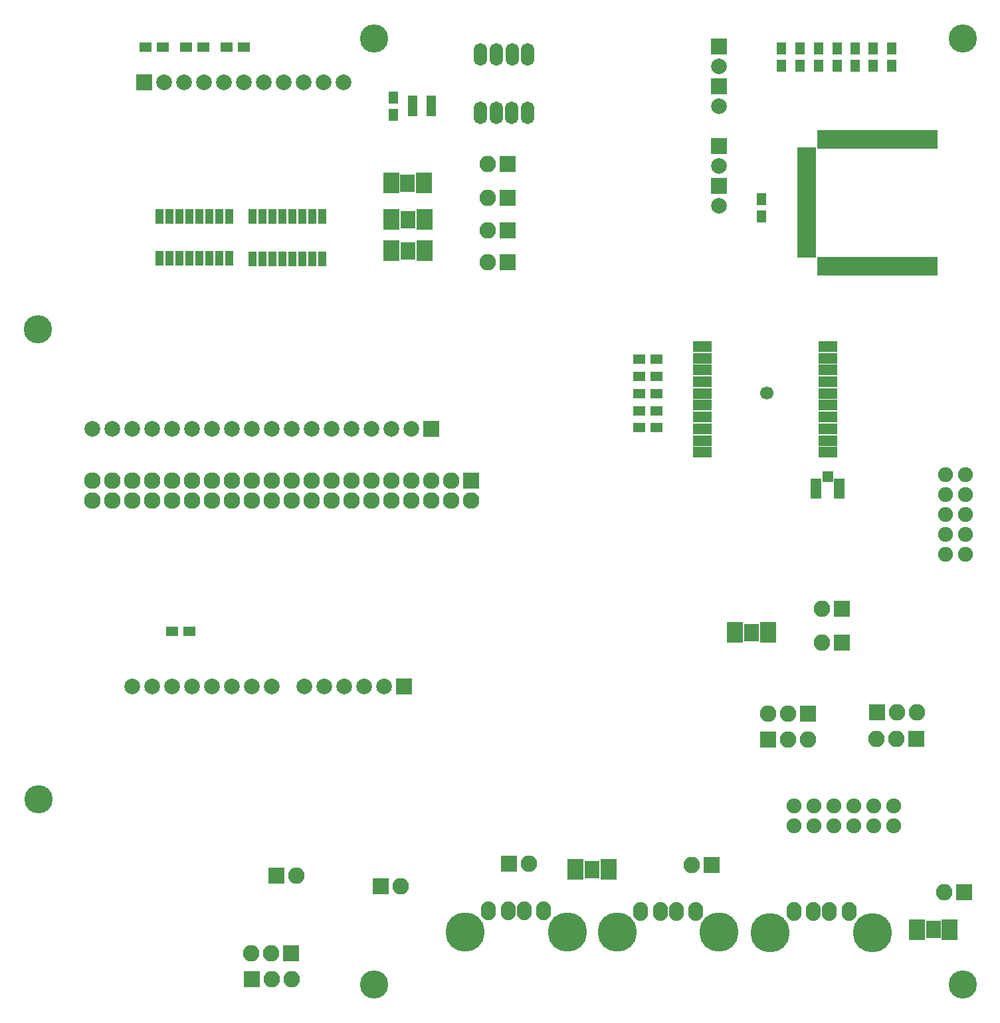
<source format=gts>
G04 #@! TF.FileFunction,Soldermask,Top*
%FSLAX46Y46*%
G04 Gerber Fmt 4.6, Leading zero omitted, Abs format (unit mm)*
G04 Created by KiCad (PCBNEW 4.0.0-rc1-stable) date 10.2.2017 8:52:12*
%MOMM*%
G01*
G04 APERTURE LIST*
%ADD10C,0.100000*%
%ADD11C,3.600000*%
%ADD12R,1.300000X1.600000*%
%ADD13R,1.600000X1.300000*%
%ADD14C,1.906220*%
%ADD15R,2.100000X2.100000*%
%ADD16O,2.100000X2.100000*%
%ADD17C,5.000000*%
%ADD18O,1.900000X2.400000*%
%ADD19R,2.400000X1.400000*%
%ADD20R,1.400000X2.400000*%
%ADD21C,2.000000*%
%ADD22R,2.000000X2.000000*%
%ADD23R,2.000000X0.800000*%
%ADD24R,1.970000X2.290000*%
%ADD25O,1.700000X2.900000*%
%ADD26R,1.200000X0.750000*%
%ADD27R,1.000000X1.950000*%
%ADD28C,1.700000*%
%ADD29R,1.400000X1.400000*%
%ADD30R,1.400000X2.600000*%
%ADD31R,2.127200X2.127200*%
%ADD32O,2.127200X2.127200*%
G04 APERTURE END LIST*
D10*
D11*
X121790460Y124650500D03*
X121790460Y4000500D03*
X46809660Y4000500D03*
X46809660Y124650500D03*
X3980180Y87596980D03*
X4051300Y27637740D03*
D12*
X96141540Y101990980D03*
X96141540Y104190980D03*
X49296320Y114957680D03*
X49296320Y117157680D03*
D13*
X19883300Y123512580D03*
X17683300Y123512580D03*
X80573700Y81536540D03*
X82773700Y81536540D03*
X80578780Y79359760D03*
X82778780Y79359760D03*
D12*
X110413800Y121155280D03*
X110413800Y123355280D03*
X105783380Y121170520D03*
X105783380Y123370520D03*
D13*
X82799100Y75062080D03*
X80599100Y75062080D03*
D14*
X113030000Y24206200D03*
X113030000Y26746200D03*
X100330000Y24206200D03*
X100330000Y26746200D03*
X102870000Y24206200D03*
X102870000Y26746200D03*
X105410000Y24206200D03*
X105410000Y26746200D03*
X107950000Y24206200D03*
X107950000Y26746200D03*
X110490000Y24206200D03*
X110490000Y26746200D03*
D15*
X63969900Y19431000D03*
D16*
X66509900Y19431000D03*
D15*
X34404300Y17907000D03*
D16*
X36944300Y17907000D03*
D15*
X89781380Y19286220D03*
D16*
X87241380Y19286220D03*
D15*
X122034300Y15773400D03*
D16*
X119494300Y15773400D03*
D15*
X63830200Y108610400D03*
D16*
X61290200Y108610400D03*
D15*
X63863220Y100197920D03*
D16*
X61323220Y100197920D03*
D15*
X63832740Y96103440D03*
D16*
X61292740Y96103440D03*
D15*
X106433620Y47622460D03*
D16*
X103893620Y47622460D03*
D15*
X106436160Y51899820D03*
D16*
X103896160Y51899820D03*
D15*
X63804800Y104368600D03*
D16*
X61264800Y104368600D03*
D13*
X82776240Y83723480D03*
X80576240Y83723480D03*
D17*
X97309800Y10596900D03*
X110309800Y10596900D03*
D18*
X107309800Y13296900D03*
X100309800Y13296900D03*
X104809800Y13296900D03*
X102809800Y13296900D03*
D17*
X77794980Y10652780D03*
X90794980Y10652780D03*
D18*
X87794980Y13352780D03*
X80794980Y13352780D03*
X85294980Y13352780D03*
X83294980Y13352780D03*
D17*
X58414780Y10718820D03*
X71414780Y10718820D03*
D18*
X68414780Y13418820D03*
X61414780Y13418820D03*
X65914780Y13418820D03*
X63914780Y13418820D03*
D15*
X47673260Y16553180D03*
D16*
X50213260Y16553180D03*
D12*
X112786160Y123355280D03*
X112786160Y121155280D03*
X108120180Y123375600D03*
X108120180Y121175600D03*
X98727260Y123380680D03*
X98727260Y121180680D03*
X103433880Y123378140D03*
X103433880Y121178140D03*
X101097080Y123378140D03*
X101097080Y121178140D03*
D13*
X22849660Y123512580D03*
X25049660Y123512580D03*
X28046500Y123512580D03*
X30246500Y123512580D03*
X80599100Y77195680D03*
X82799100Y77195680D03*
X21038640Y49014380D03*
X23238640Y49014380D03*
D19*
X101950300Y98643500D03*
X101950300Y99913500D03*
X101950300Y101183500D03*
X101950300Y102453500D03*
X101950300Y103723500D03*
X101950300Y104993500D03*
X101950300Y97373500D03*
X101950300Y106263500D03*
X101950300Y107533500D03*
X101950300Y108803500D03*
X101950300Y110073500D03*
D20*
X117970300Y95623500D03*
X116700300Y95623500D03*
X115430300Y95623500D03*
X114160300Y95623500D03*
X112890300Y95623500D03*
X111620300Y95623500D03*
X110350300Y95623500D03*
X109080300Y95623500D03*
X107810300Y95623500D03*
X106540300Y95623500D03*
X105270300Y95623500D03*
X104000300Y95623500D03*
X117970300Y111823500D03*
X116700300Y111823500D03*
X115430300Y111823500D03*
X114160300Y111823500D03*
X112890300Y111823500D03*
X111620300Y111823500D03*
X110350300Y111823500D03*
X109080300Y111823500D03*
X107810300Y111823500D03*
X106540300Y111823500D03*
X105270300Y111823500D03*
X104000300Y111823500D03*
D21*
X90741500Y103301800D03*
D22*
X90741500Y105841800D03*
D21*
X90741500Y108381800D03*
D22*
X90741500Y110921800D03*
D21*
X90741500Y116001800D03*
D22*
X90741500Y118541800D03*
D21*
X90741500Y121081800D03*
D22*
X90741500Y123621800D03*
D23*
X76702340Y19651620D03*
X76702340Y19001620D03*
X76702340Y18351620D03*
X76702340Y17701620D03*
X72502340Y17701620D03*
X72502340Y18351620D03*
X72502340Y19651620D03*
X72502340Y19001620D03*
D24*
X74602340Y18676620D03*
D14*
X119621300Y69024500D03*
X122161300Y69024500D03*
X119621300Y66484500D03*
X122161300Y66484500D03*
X119621300Y63944500D03*
X122161300Y63944500D03*
X119621300Y61404500D03*
X122161300Y61404500D03*
X119621300Y58864500D03*
X122161300Y58864500D03*
D23*
X120171900Y11985900D03*
X120171900Y11335900D03*
X120171900Y10685900D03*
X120171900Y10035900D03*
X115971900Y10035900D03*
X115971900Y10685900D03*
X115971900Y11985900D03*
X115971900Y11335900D03*
D24*
X118071900Y11010900D03*
D23*
X53179400Y107185100D03*
X53179400Y106535100D03*
X53179400Y105885100D03*
X53179400Y105235100D03*
X48979400Y105235100D03*
X48979400Y105885100D03*
X48979400Y107185100D03*
X48979400Y106535100D03*
D24*
X51079400Y106210100D03*
D25*
X66370720Y115204240D03*
X64370720Y115204240D03*
X62370720Y115204240D03*
X60370720Y115204240D03*
D26*
X51718280Y115085540D03*
X51718280Y115735540D03*
X51718280Y116385540D03*
X51718280Y117035540D03*
X54068280Y117035540D03*
X54068280Y116385540D03*
X54068280Y115085540D03*
X54068280Y115735540D03*
D25*
X66388500Y122664220D03*
X64388500Y122664220D03*
X62388500Y122664220D03*
X60388500Y122664220D03*
D22*
X17513300Y119091700D03*
D21*
X20053300Y119091700D03*
X22593300Y119091700D03*
X25133300Y119091700D03*
X27673300Y119091700D03*
X42913300Y119091700D03*
X40373300Y119091700D03*
X37833300Y119091700D03*
X35293300Y119091700D03*
X32753300Y119091700D03*
X30213300Y119091700D03*
X10909300Y74866500D03*
X13449300Y74866500D03*
X15989300Y74866500D03*
X18529300Y74866500D03*
X21069300Y74866500D03*
X23609300Y74866500D03*
X26149300Y74866500D03*
X28689300Y74866500D03*
X31229300Y74866500D03*
X33769300Y74866500D03*
X36309300Y74866500D03*
X38849300Y74866500D03*
X41389300Y74866500D03*
X43929300Y74866500D03*
X46469300Y74866500D03*
X49009300Y74866500D03*
X51549300Y74866500D03*
D22*
X54089300Y74866500D03*
D23*
X53209880Y98538940D03*
X53209880Y97888940D03*
X53209880Y97238940D03*
X53209880Y96588940D03*
X49009880Y96588940D03*
X49009880Y97238940D03*
X49009880Y98538940D03*
X49009880Y97888940D03*
D24*
X51109880Y97563940D03*
D21*
X37925900Y42011600D03*
X40465900Y42011600D03*
X43005900Y42011600D03*
X45545900Y42011600D03*
X48085900Y42011600D03*
X15975900Y42011600D03*
X18515900Y42011600D03*
X21055900Y42011600D03*
X23595900Y42011600D03*
X26135900Y42011600D03*
X28675900Y42011600D03*
X31215900Y42011600D03*
X33755900Y42011600D03*
D22*
X50625900Y42011600D03*
D27*
X31320740Y96586060D03*
X32590740Y96586060D03*
X33860740Y96586060D03*
X35130740Y96586060D03*
X31320740Y101986060D03*
X32590740Y101986060D03*
X33860740Y101986060D03*
X35130740Y101986060D03*
X40210740Y96586060D03*
X38940740Y96586060D03*
X37670740Y96586060D03*
X36400740Y96586060D03*
X40210740Y101986060D03*
X38940740Y101986060D03*
X37670740Y101986060D03*
X36400740Y101986060D03*
D23*
X97022340Y49877620D03*
X97022340Y49227620D03*
X97022340Y48577620D03*
X97022340Y47927620D03*
X92822340Y47927620D03*
X92822340Y48577620D03*
X92822340Y49877620D03*
X92822340Y49227620D03*
D24*
X94922340Y48902620D03*
D19*
X88607900Y71882320D03*
X88607900Y73382320D03*
X88607900Y74882320D03*
X88607900Y76382320D03*
X88607900Y77882320D03*
X88607900Y79382320D03*
X88607900Y80882320D03*
X88607900Y82382320D03*
X88607900Y83882320D03*
X88607900Y85382320D03*
X104607900Y85382320D03*
X104607900Y83882320D03*
X104607900Y82382320D03*
X104607900Y80882320D03*
X104607900Y79382320D03*
X104607900Y77882320D03*
X104607900Y76382320D03*
X104607900Y74882320D03*
X104607900Y73382320D03*
X104607900Y71882320D03*
D28*
X96807900Y79432320D03*
D29*
X104617520Y68779520D03*
D30*
X103117520Y67279520D03*
X106117520Y67279520D03*
D27*
X19499580Y96596220D03*
X20769580Y96596220D03*
X22039580Y96596220D03*
X23309580Y96596220D03*
X19499580Y101996220D03*
X20769580Y101996220D03*
X22039580Y101996220D03*
X23309580Y101996220D03*
X28389580Y96596220D03*
X27119580Y96596220D03*
X25849580Y96596220D03*
X24579580Y96596220D03*
X28389580Y101996220D03*
X27119580Y101996220D03*
X25849580Y101996220D03*
X24579580Y101996220D03*
D31*
X59169300Y68262500D03*
D32*
X59169300Y65722500D03*
X56629300Y68262500D03*
X56629300Y65722500D03*
X54089300Y68262500D03*
X54089300Y65722500D03*
X51549300Y68262500D03*
X51549300Y65722500D03*
X49009300Y68262500D03*
X49009300Y65722500D03*
X46469300Y68262500D03*
X46469300Y65722500D03*
X43929300Y68262500D03*
X43929300Y65722500D03*
X41389300Y68262500D03*
X41389300Y65722500D03*
X38849300Y68262500D03*
X38849300Y65722500D03*
X36309300Y68262500D03*
X36309300Y65722500D03*
X33769300Y68262500D03*
X33769300Y65722500D03*
X31229300Y68262500D03*
X31229300Y65722500D03*
X28689300Y68262500D03*
X28689300Y65722500D03*
X26149300Y68262500D03*
X26149300Y65722500D03*
X23609300Y68262500D03*
X23609300Y65722500D03*
X21069300Y68262500D03*
X21069300Y65722500D03*
X18529300Y68262500D03*
X18529300Y65722500D03*
X15989300Y68262500D03*
X15989300Y65722500D03*
X13449300Y68262500D03*
X13449300Y65722500D03*
X10909300Y68262500D03*
X10909300Y65722500D03*
D23*
X53217500Y102536900D03*
X53217500Y101886900D03*
X53217500Y101236900D03*
X53217500Y100586900D03*
X49017500Y100586900D03*
X49017500Y101236900D03*
X49017500Y102536900D03*
X49017500Y101886900D03*
D24*
X51117500Y101561900D03*
D15*
X115928140Y35295840D03*
D16*
X113388140Y35295840D03*
X110848140Y35295840D03*
D15*
X110863380Y38755320D03*
D16*
X113403380Y38755320D03*
X115943380Y38755320D03*
D15*
X102108000Y38567360D03*
D16*
X99568000Y38567360D03*
X97028000Y38567360D03*
D15*
X97058480Y35212020D03*
D16*
X99598480Y35212020D03*
X102138480Y35212020D03*
D15*
X31219140Y4655820D03*
D16*
X33759140Y4655820D03*
X36299140Y4655820D03*
D15*
X36263580Y8008620D03*
D16*
X33723580Y8008620D03*
X31183580Y8008620D03*
M02*

</source>
